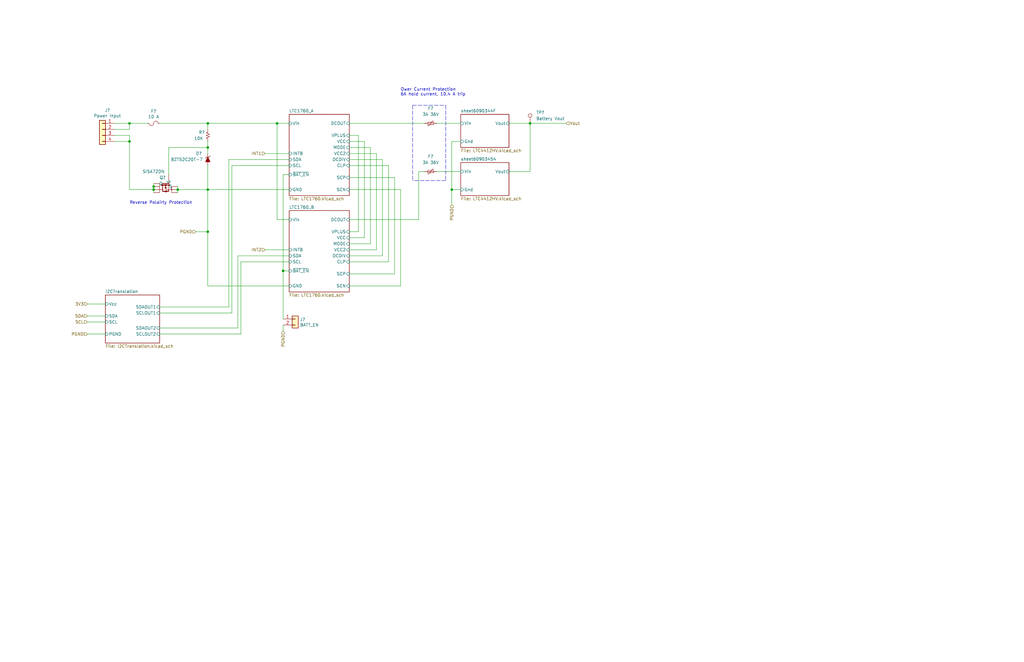
<source format=kicad_sch>
(kicad_sch (version 20211123) (generator eeschema)
  (paper "B")
  (title_block (title "Console-Controller") (date "2022-12-15") (rev "A"))
  (lib_symbols
    (symbol "BUMP-Control-rescue:Resistor_small-SPC-Control-rescue-DeathStar-rescue" (pin_numbers hide) (pin_names (offset 0))
      (property "Reference" "R" (at 2.032 0 90))
      (property "Value" "BUMP-Control-rescue_Resistor_small-SPC-Control-rescue-DeathStar-rescue" (at -2.032 0.254 90))
      (symbol "Resistor_small-SPC-Control-rescue-DeathStar-rescue_0_1"
        (polyline (pts (xy 0 1.27) (xy -0.762 1.016) (xy 0.762 0.508) (xy -0.762 0) (xy 0.762 -0.508) (xy -0.762 -1.016) (xy 0 -1.27)))
      )
      (symbol "Resistor_small-SPC-Control-rescue-DeathStar-rescue_1_1"
        (pin passive line (at 0 2.54 270) (length 1.27) (name "~") (number "1"))
        (pin passive line (at 0 -2.54 90) (length 1.27) (name "~") (number "2"))
      )
    )
    (symbol "BUMP-Control-rescue:ZENERsmall-RESCUE-PowerControlBoard-SPC-Control-rescue-DeathStar-rescue" (pin_numbers hide) (pin_names (offset 1.016) hide)
      (property "Reference" "D" (at 0 2.54 0))
      (property "Value" "BUMP-Control-rescue_ZENERsmall-RESCUE-PowerControlBoard-SPC-Control-rescue-DeathStar-rescue" (at 0 -2.54 0))
      (symbol "ZENERsmall-RESCUE-PowerControlBoard-SPC-Control-rescue-DeathStar-rescue_0_1"
        (polyline (pts (xy -1.524 1.016) (xy -1.016 0.508) (xy -1.016 -0.508) (xy -0.508 -1.016)) (stroke (width 0.2032)))
        (polyline (pts (xy 1.016 1.016) (xy -1.016 0) (xy 1.016 -1.016) (xy 1.016 1.016)) (fill (type outline)))
      )
      (symbol "ZENERsmall-RESCUE-PowerControlBoard-SPC-Control-rescue-DeathStar-rescue_1_1"
        (pin passive line (at -2.54 0 0) (length 1.524) (name "K") (number "1"))
        (pin passive line (at 2.54 0 180) (length 1.524) (name "A") (number "2"))
      )
    )
    (symbol "Connector:TestPoint" (pin_numbers hide) (pin_names (offset 0.762) hide)
      (property "Reference" "TP" (at 0 6.858 0))
      (property "Value" "TestPoint" (at 0 5.08 0))
      (symbol "TestPoint_0_1"
        (circle (center 0 3.302) (radius 0.762))
      )
      (symbol "TestPoint_1_1"
        (pin passive line (at 0 0 90) (length 2.54) (name "1") (number "1"))
      )
    )
    (symbol "Connector_Generic:Conn_01x02" (pin_names (offset 1.016) hide)
      (property "Reference" "J" (at 0 2.54 0))
      (property "Value" "Conn_01x02" (at 0 -5.08 0))
      (symbol "Conn_01x02_1_1"
        (rectangle (start -1.27 -2.413) (end 0 -2.667) (stroke (width 0.1524)))
        (rectangle (start -1.27 0.127) (end 0 -0.127) (stroke (width 0.1524)))
        (rectangle (start -1.27 1.27) (end 1.27 -3.81) (stroke (width 0.254)) (fill (type background)))
        (pin passive line (at -5.08 0 0) (length 3.81) (name "Pin_1") (number "1"))
        (pin passive line (at -5.08 -2.54 0) (length 3.81) (name "Pin_2") (number "2"))
      )
    )
    (symbol "Connector_Generic:Conn_01x04" (pin_names (offset 1.016) hide)
      (property "Reference" "J" (at 0 5.08 0))
      (property "Value" "Conn_01x04" (at 0 -7.62 0))
      (symbol "Conn_01x04_1_1"
        (rectangle (start -1.27 -4.953) (end 0 -5.207) (stroke (width 0.1524)))
        (rectangle (start -1.27 -2.413) (end 0 -2.667) (stroke (width 0.1524)))
        (rectangle (start -1.27 0.127) (end 0 -0.127) (stroke (width 0.1524)))
        (rectangle (start -1.27 2.667) (end 0 2.413) (stroke (width 0.1524)))
        (rectangle (start -1.27 3.81) (end 1.27 -6.35) (stroke (width 0.254)) (fill (type background)))
        (pin passive line (at -5.08 2.54 0) (length 3.81) (name "Pin_1") (number "1"))
        (pin passive line (at -5.08 0 0) (length 3.81) (name "Pin_2") (number "2"))
        (pin passive line (at -5.08 -2.54 0) (length 3.81) (name "Pin_3") (number "3"))
        (pin passive line (at -5.08 -5.08 0) (length 3.81) (name "Pin_4") (number "4"))
      )
    )
    (symbol "Device:Polyfuse_Small" (pin_numbers hide) (pin_names (offset 0))
      (property "Reference" "F" (at -1.905 0 90))
      (property "Value" "Polyfuse_Small" (at 1.905 0 90))
      (symbol "Polyfuse_Small_0_1"
        (rectangle (start -0.508 1.27) (end 0.508 -1.27))
        (polyline (pts (xy 0 2.54) (xy 0 -2.54)))
        (polyline (pts (xy -1.016 1.27) (xy -1.016 0.762) (xy 1.016 -0.762) (xy 1.016 -1.27)))
      )
      (symbol "Polyfuse_Small_1_1"
        (pin passive line (at 0 2.54 270) (length 0.635) (name "~") (number "1"))
        (pin passive line (at 0 -2.54 90) (length 0.635) (name "~") (number "2"))
      )
    )
    (symbol "ProjectDevices:SiSA72DN" (pin_names (offset 1.016))
      (property "Reference" "Q" (at 3.81 1.27 0))
      (property "Value" "SiSA72DN" (at -15.24 6.35 0))
      (symbol "SiSA72DN_1_1"
        (circle (center 0 -2.54) (radius 0.127))
        (circle (center 0 -2.54) (radius 0.127))
        (circle (center 0 -2.54) (radius 0.127))
        (circle (center 0 -2.54) (radius 0.127))
        (circle (center 0 -1.27) (radius 0.127))
        (polyline (pts (xy -5.08 -1.27) (xy -3.81 -1.27)))
        (polyline (pts (xy -2.54 -1.27) (xy -3.81 -1.27)))
        (polyline (pts (xy -1.905 -1.016) (xy -1.905 -1.651)) (stroke (width 0.508)))
        (polyline (pts (xy -1.905 0.381) (xy -1.905 -0.381)) (stroke (width 0.508)))
        (polyline (pts (xy -1.905 0.381) (xy -1.905 -0.381)) (stroke (width 0.508)))
        (polyline (pts (xy -1.905 1.651) (xy -1.905 1.016)) (stroke (width 0.508)))
        (polyline (pts (xy -1.905 1.651) (xy -1.905 1.016)) (stroke (width 0.508)))
        (polyline (pts (xy -1.778 -1.27) (xy 0 -1.27)))
        (polyline (pts (xy -1.778 1.27) (xy 0 1.27)))
        (polyline (pts (xy -1.778 1.27) (xy 0 1.27)))
        (polyline (pts (xy -1.778 1.27) (xy 0 1.27)))
        (polyline (pts (xy -1.778 1.27) (xy 0 1.27)))
        (polyline (pts (xy -1.27 3.81) (xy -1.27 2.54)))
        (polyline (pts (xy 0 -2.54) (xy 0 -3.81)))
        (polyline (pts (xy 0 -1.27) (xy 0 -2.54)))
        (polyline (pts (xy 0 3.81) (xy 0 2.54)))
        (polyline (pts (xy 0.381 0.254) (xy 1.143 0.254)))
        (polyline (pts (xy -2.54 1.524) (xy -2.54 -1.524) (xy -2.54 -1.524)) (stroke (width 0.254)))
        (polyline (pts (xy -2.54 1.524) (xy -2.54 -1.524) (xy -2.54 -1.524)) (stroke (width 0.254)))
        (polyline (pts (xy -1.778 0) (xy 0 0) (xy 0 -1.27)))
        (polyline (pts (xy 0 -2.54) (xy -1.27 -2.54) (xy -1.27 -3.81)))
        (polyline (pts (xy 0 -2.54) (xy 1.27 -2.54) (xy 1.27 -3.81)))
        (polyline (pts (xy 1.27 3.81) (xy 1.27 2.54) (xy 0 2.54)))
        (polyline (pts (xy -2.54 3.81) (xy -2.54 2.54) (xy 0 2.54) (xy 0 1.27)))
        (polyline (pts (xy -1.397 0) (xy -0.635 -0.381) (xy -0.635 0.381) (xy -1.397 0)) (fill (type outline)))
        (polyline (pts (xy 0 -1.27) (xy 0.762 -1.27) (xy 0.762 1.27) (xy 0 1.27)))
        (polyline (pts (xy 0 -1.27) (xy 0.762 -1.27) (xy 0.762 1.27) (xy 0 1.27)))
        (polyline (pts (xy 0 -1.27) (xy 0.762 -1.27) (xy 0.762 1.27) (xy 0 1.27)))
        (polyline (pts (xy 0 -1.27) (xy 0.762 -1.27) (xy 0.762 1.27) (xy 0 1.27)))
        (polyline (pts (xy 0.762 0.254) (xy 1.143 -0.381) (xy 0.381 -0.381) (xy 0.762 0.254)) (fill (type outline)))
        (circle (center 0 1.27) (radius 0.127))
        (circle (center 0 1.27) (radius 0.127))
        (circle (center 0 1.27) (radius 0.127))
        (circle (center 0 1.27) (radius 0.127))
        (pin power_in line (at 1.27 -5.08 90) (length 1.27) (name "S") (number "1"))
        (pin bidirectional line (at -1.27 -5.08 90) (length 1.27) (name "S") (number "2"))
        (pin bidirectional line (at 0 -5.08 90) (length 1.27) (name "S") (number "3"))
        (pin passive line (at -6.35 -1.27 0) (length 1.27) (name "G") (number "4"))
        (pin passive line (at -2.54 5.08 270) (length 1.27) (name "D") (number "5"))
        (pin power_in line (at -1.27 5.08 270) (length 1.27) (name "D") (number "5"))
        (pin power_in line (at 0 5.08 270) (length 1.27) (name "D") (number "5"))
        (pin power_in line (at 1.27 5.08 270) (length 1.27) (name "D") (number "5"))
      )
    )
    (symbol "WW-Battery-Pack-rescue:small_fuse-ProjectDevices" (pin_names (offset 1.016))
      (property "Reference" "F" (at 0 3.81 0))
      (property "Value" "small_fuse-ProjectDevices" (at 0 -3.81 0))
      (symbol "small_fuse-ProjectDevices_0_1"
        (arc (start -1.905 0) (mid -0.9525 -0.9399) (end 0 0))
        (arc (start 1.905 0) (mid 0.9525 0.9399) (end 0 0))
      )
      (symbol "small_fuse-ProjectDevices_1_1"
        (pin passive line (at -2.54 0 0) (length 0.635) (name "1") (number "1"))
        (pin passive line (at 2.54 0 180) (length 0.635) (name "2") (number "2"))
      )
    )
  )
  (junction (at 74.93 80.01))
  (junction (at 54.61 52.07))
  (junction (at 87.63 62.23))
  (junction (at 116.84 52.07))
  (junction (at 87.63 97.79))
  (junction (at 64.77 78.74))
  (junction (at 190.5 80.01))
  (junction (at 54.61 59.69))
  (junction (at 87.63 52.07))
  (junction (at 223.52 52.07))
  (junction (at 119.38 114.3))
  (junction (at 64.77 80.01))
  (junction (at 87.63 80.01))
  (wire (pts (xy 119.38 114.3) (xy 119.38 134.62)))
  (wire (pts (xy 36.83 133.35) (xy 44.45 133.35)))
  (wire (pts (xy 147.32 80.01) (xy 168.91 80.01)))
  (wire (pts (xy 190.5 59.69) (xy 194.31 59.69)))
  (wire (pts (xy 163.83 110.49) (xy 147.32 110.49)))
  (wire (pts (xy 147.32 57.15) (xy 151.13 57.15)))
  (wire (pts (xy 71.12 62.23) (xy 71.12 73.66)))
  (wire (pts (xy 67.31 140.97) (xy 101.6 140.97)))
  (wire (pts (xy 87.63 80.01) (xy 87.63 97.79)))
  (wire (pts (xy 54.61 59.69) (xy 48.26 59.69)))
  (wire (pts (xy 82.55 97.79) (xy 87.63 97.79)))
  (wire (pts (xy 153.67 100.33) (xy 147.32 100.33)))
  (wire (pts (xy 74.93 80.01) (xy 87.63 80.01)))
  (wire (pts (xy 161.29 107.95) (xy 147.32 107.95)))
  (wire (pts (xy 48.26 54.61) (xy 54.61 54.61)))
  (wire (pts (xy 147.32 59.69) (xy 153.67 59.69)))
  (wire (pts (xy 151.13 57.15) (xy 151.13 97.79)))
  (wire (pts (xy 163.83 69.85) (xy 163.83 110.49)))
  (wire (pts (xy 87.63 62.23) (xy 87.63 59.69)))
  (wire (pts (xy 87.63 80.01) (xy 121.92 80.01)))
  (wire (pts (xy 54.61 54.61) (xy 54.61 52.07)))
  (polyline (pts (xy 173.99 44.45) (xy 173.99 76.2)))
  (wire (pts (xy 190.5 80.01) (xy 190.5 59.69)))
  (wire (pts (xy 97.79 69.85) (xy 121.92 69.85)))
  (wire (pts (xy 156.21 102.87) (xy 147.32 102.87)))
  (wire (pts (xy 54.61 59.69) (xy 54.61 80.01)))
  (wire (pts (xy 116.84 52.07) (xy 121.92 52.07)))
  (wire (pts (xy 67.31 132.08) (xy 97.79 132.08)))
  (wire (pts (xy 184.15 52.07) (xy 194.31 52.07)))
  (wire (pts (xy 54.61 52.07) (xy 62.23 52.07)))
  (polyline (pts (xy 173.99 44.45) (xy 187.96 44.45)))
  (wire (pts (xy 36.83 135.89) (xy 44.45 135.89)))
  (wire (pts (xy 64.77 78.74) (xy 64.77 80.01)))
  (wire (pts (xy 184.15 72.39) (xy 194.31 72.39)))
  (wire (pts (xy 223.52 72.39) (xy 223.52 52.07)))
  (wire (pts (xy 166.37 115.57) (xy 147.32 115.57)))
  (wire (pts (xy 87.63 64.77) (xy 87.63 62.23)))
  (wire (pts (xy 36.83 140.97) (xy 44.45 140.97)))
  (wire (pts (xy 119.38 73.66) (xy 119.38 114.3)))
  (wire (pts (xy 190.5 80.01) (xy 194.31 80.01)))
  (wire (pts (xy 214.63 72.39) (xy 223.52 72.39)))
  (wire (pts (xy 100.33 107.95) (xy 121.92 107.95)))
  (wire (pts (xy 74.93 78.74) (xy 74.93 80.01)))
  (polyline (pts (xy 187.96 76.2) (xy 173.99 76.2)))
  (wire (pts (xy 116.84 92.71) (xy 121.92 92.71)))
  (wire (pts (xy 111.76 64.77) (xy 121.92 64.77)))
  (wire (pts (xy 74.93 80.01) (xy 74.93 81.28)))
  (wire (pts (xy 101.6 140.97) (xy 101.6 110.49)))
  (wire (pts (xy 156.21 62.23) (xy 156.21 102.87)))
  (wire (pts (xy 121.92 73.66) (xy 119.38 73.66)))
  (wire (pts (xy 101.6 110.49) (xy 121.92 110.49)))
  (wire (pts (xy 87.63 120.65) (xy 121.92 120.65)))
  (wire (pts (xy 100.33 138.43) (xy 100.33 107.95)))
  (wire (pts (xy 147.32 64.77) (xy 158.75 64.77)))
  (wire (pts (xy 214.63 52.07) (xy 223.52 52.07)))
  (wire (pts (xy 158.75 64.77) (xy 158.75 105.41)))
  (wire (pts (xy 67.31 52.07) (xy 87.63 52.07)))
  (wire (pts (xy 161.29 67.31) (xy 161.29 107.95)))
  (wire (pts (xy 168.91 80.01) (xy 168.91 120.65)))
  (wire (pts (xy 223.52 52.07) (xy 238.76 52.07)))
  (wire (pts (xy 111.76 105.41) (xy 121.92 105.41)))
  (wire (pts (xy 67.31 138.43) (xy 100.33 138.43)))
  (wire (pts (xy 48.26 52.07) (xy 54.61 52.07)))
  (wire (pts (xy 158.75 105.41) (xy 147.32 105.41)))
  (wire (pts (xy 176.53 92.71) (xy 176.53 72.39)))
  (wire (pts (xy 48.26 57.15) (xy 54.61 57.15)))
  (wire (pts (xy 119.38 114.3) (xy 121.92 114.3)))
  (wire (pts (xy 151.13 97.79) (xy 147.32 97.79)))
  (wire (pts (xy 147.32 52.07) (xy 179.07 52.07)))
  (wire (pts (xy 147.32 92.71) (xy 176.53 92.71)))
  (wire (pts (xy 96.52 67.31) (xy 121.92 67.31)))
  (wire (pts (xy 147.32 67.31) (xy 161.29 67.31)))
  (wire (pts (xy 96.52 129.54) (xy 96.52 67.31)))
  (wire (pts (xy 147.32 69.85) (xy 163.83 69.85)))
  (wire (pts (xy 166.37 74.93) (xy 166.37 115.57)))
  (wire (pts (xy 87.63 54.61) (xy 87.63 52.07)))
  (wire (pts (xy 64.77 80.01) (xy 54.61 80.01)))
  (wire (pts (xy 116.84 52.07) (xy 116.84 92.71)))
  (polyline (pts (xy 187.96 44.45) (xy 187.96 76.2)))
  (wire (pts (xy 64.77 81.28) (xy 64.77 80.01)))
  (wire (pts (xy 190.5 80.01) (xy 190.5 86.36)))
  (wire (pts (xy 176.53 72.39) (xy 179.07 72.39)))
  (wire (pts (xy 87.63 97.79) (xy 87.63 120.65)))
  (wire (pts (xy 119.38 137.16) (xy 119.38 139.7)))
  (wire (pts (xy 147.32 62.23) (xy 156.21 62.23)))
  (wire (pts (xy 67.31 129.54) (xy 96.52 129.54)))
  (wire (pts (xy 153.67 59.69) (xy 153.67 100.33)))
  (wire (pts (xy 168.91 120.65) (xy 147.32 120.65)))
  (wire (pts (xy 36.83 128.27) (xy 44.45 128.27)))
  (wire (pts (xy 147.32 74.93) (xy 166.37 74.93)))
  (wire (pts (xy 64.77 77.47) (xy 64.77 78.74)))
  (wire (pts (xy 97.79 132.08) (xy 97.79 69.85)))
  (wire (pts (xy 54.61 57.15) (xy 54.61 59.69)))
  (wire (pts (xy 87.63 69.85) (xy 87.63 80.01)))
  (wire (pts (xy 87.63 52.07) (xy 116.84 52.07)))
  (wire (pts (xy 87.63 62.23) (xy 71.12 62.23)))
  (text "Ower Current Protection\n6A hold current, 10.4 A trip" (at 168.91 40.64 0) (effects (font (size 1.27 1.27)) (justify left bottom)))
  (text "Reverse Polairty Protection" (at 54.61 86.36 0) (effects (font (size 1.27 1.27)) (justify left bottom)))
  (hierarchical_label "PGND" (shape input) (at 36.83 140.97 180))
  (hierarchical_label "PGND" (shape input) (at 119.38 139.7 270))
  (hierarchical_label "INT1" (shape input) (at 111.76 64.77 180))
  (hierarchical_label "PGND" (shape input) (at 82.55 97.79 180))
  (hierarchical_label "PGND" (shape input) (at 190.5 86.36 270))
  (hierarchical_label "3V3" (shape input) (at 36.83 128.27 180))
  (hierarchical_label "SCL" (shape input) (at 36.83 135.89 180))
  (hierarchical_label "INT2" (shape input) (at 111.76 105.41 180))
  (hierarchical_label "Vout" (shape input) (at 238.76 52.07 0))
  (hierarchical_label "SDA" (shape input) (at 36.83 133.35 180))
  (symbol (lib_id "WW-Battery-Pack-rescue:small_fuse-ProjectDevices") (at 64.77 52.07 0) (unit 1)
    (property "Reference" "F?" (at 64.77 46.9392 0))
    (property "Value" "10 A" (at 64.77 49.2506 0))
    (property "Footprint" "ProjectFootprints:01550900M" (effects hide))
    (property "Datasheet" "https://www.littelfuse.com/~/media/electronics/datasheets/fuses/littelfuse_fuse_154_154t_154l_154tl_datasheet.pdf.pdf" (effects hide))
    (property "Part Number" "F1889-ND" (effects hide))
    (property "Supplier" "Digikey" (effects hide))
    (property "Link" "https://www.digikey.com/products/en?keywords=01550900M" (effects hide))
  )
  (symbol (lib_id "Device:Polyfuse_Small") (at 181.61 72.39 90) (unit 1)
    (property "Reference" "F?" (at 181.61 66.04 90))
    (property "Value" "3A 36V" (at 181.61 68.58 90))
    (property "Footprint" "ProjectFootprints:MF-GSMF" (effects hide))
    (property "Datasheet" "https://www.bourns.com/docs/Product-Datasheets/MF-GSMF.pdf" (effects hide))
    (property "Part Number" "MF-GSMF300/36X-2CT-ND" (effects hide))
    (property "Supplier" "Digikey" (effects hide))
    (property "Link" "https://www.digikey.com/en/products/detail/bourns-inc/MF-GSMF300-36X-2/10186884" (effects hide))
  )
  (symbol (lib_id "Connector_Generic:Conn_01x04") (at 43.18 54.61 0) (mirror y) (unit 1)
    (property "Reference" "J?" (at 45.2628 46.5582 0))
    (property "Value" "Power Input" (at 45.2628 48.8696 0))
    (property "Footprint" "Connector_Molex:Molex_Mini-Fit_Jr_5566-04A_2x02_P4.20mm_Vertical" (effects hide))
    (property "Datasheet" "https://www.molex.com/pdm_docs/sd/039288040_sd.pdf" (effects hide))
    (property "Part Number" "WM23801-ND" (effects hide))
    (property "Supplier" "Digikey" (effects hide))
    (property "Link" "https://www.digikey.com/product-detail/en/molex/0039288040/WM23801-ND/930297" (effects hide))
  )
  (symbol (lib_id "BUMP-Control-rescue:ZENERsmall-RESCUE-PowerControlBoard-SPC-Control-rescue-DeathStar-rescue") (at 87.63 67.31 270) (unit 1)
    (property "Reference" "D?" (at 83.82 64.77 90))
    (property "Value" "BZT52C20T-7" (at 78.74 67.31 90))
    (property "Footprint" "Diode_SMD:D_SOD-523" (effects hide))
    (property "Datasheet" "https://www.diodes.com/assets/Datasheets/ds30502.pdf" (effects hide))
    (property "Part Number" "BZT52C20T-7" (effects hide))
    (property "Supplier" "Digikey" (effects hide))
    (property "Link" "https://www.digikey.com/product-detail/en/diodes-incorporated/BZT52C20T-7/BZT52C20T-7DICT-ND/2181077" (effects hide))
  )
  (symbol (lib_id "Connector:TestPoint") (at 223.52 52.07 0) (unit 1)
    (property "Reference" "TP?" (at 226.06 47.4979 0) (effects (justify left)))
    (property "Value" "Battery Vout" (at 226.06 50.0379 0) (effects (justify left)))
    (property "Footprint" "ProjectFootprints:TestPoint_519xTR" (effects hide))
    (property "Datasheet" "https://www.keyelco.com/product-pdf.cfm?p=14478" (effects hide))
    (property "Part Number" "36-5191CT-ND" (effects hide))
    (property "Supplier" "Digikey" (effects hide))
    (property "Link" "https://www.digikey.com/en/products/detail/keystone-electronics/5191TR/10209952" (effects hide))
  )
  (symbol (lib_id "Connector_Generic:Conn_01x02") (at 124.46 134.62 0) (unit 1)
    (property "Reference" "J?" (at 126.492 134.8232 0) (effects (justify left)))
    (property "Value" "BATT_EN" (at 126.492 137.1346 0) (effects (justify left)))
    (property "Footprint" "Connector_PinHeader_2.54mm:PinHeader_1x02_P2.54mm_Vertical" (effects hide))
  )
  (symbol (lib_id "ProjectDevices:SiSA72DN") (at 69.85 80.01 90) (mirror x) (unit 1)
    (property "Reference" "Q?" (at 68.58 74.93 90))
    (property "Value" "SiSA72DN" (at 64.77 72.39 90))
    (property "Footprint" "ProjectFootprints:PowerPAK 1212" (effects hide))
    (property "Datasheet" "http://www.vishay.com/docs/75680/sisa72dn.pdf" (effects hide))
    (property "Part Number" "SISA72DN-T1-GE3CT-ND" (effects hide))
    (property "Supplier" "Digikey" (effects hide))
    (property "Link" "https://www.digikey.com/product-detail/en/vishay-siliconix/SISA72DN-T1-GE3/SISA72DN-T1-GE3CT-ND/6707802" (effects hide))
  )
  (symbol (lib_id "BUMP-Control-rescue:Resistor_small-SPC-Control-rescue-DeathStar-rescue") (at 87.63 57.15 0) (unit 1)
    (property "Reference" "R?" (at 85.09 55.88 0))
    (property "Value" "10K" (at 83.82 58.42 0))
    (property "Footprint" "Resistor_SMD:R_0603_1608Metric_Pad1.05x0.95mm_HandSolder" (effects hide))
    (property "Datasheet" "http://www.vishay.com/docs/28705/mcx0x0xpro.pdf" (effects hide))
    (property "Part Number" "MCT0603-10.0K-CFCT-ND" (effects hide))
    (property "Supplier" "Digikey" (effects hide))
    (property "Link" "https://www.digikey.com/product-detail/en/vishay-beyschlag/MCT06030C1002FP500/MCT0603-10.0K-CFCT-ND/2607933" (effects hide))
  )
  (symbol (lib_id "Device:Polyfuse_Small") (at 181.61 52.07 90) (unit 1)
    (property "Reference" "F?" (at 181.61 45.72 90))
    (property "Value" "3A 36V" (at 181.61 48.26 90))
    (property "Footprint" "ProjectFootprints:MF-GSMF" (effects hide))
    (property "Datasheet" "https://www.bourns.com/docs/Product-Datasheets/MF-GSMF.pdf" (effects hide))
    (property "Part Number" "MF-GSMF300/36X-2CT-ND" (effects hide))
    (property "Supplier" "Digikey" (effects hide))
    (property "Link" "https://www.digikey.com/en/products/detail/bourns-inc/MF-GSMF300-36X-2/10186884" (effects hide))
  )
  (sheet (at 121.92 88.9) (size 25.4 34.29)
    (property "Sheet name" "LTC1760_B" (at 121.92 88.1884 0) (effects (justify left bottom)))
    (property "Sheet file" "LTC1760.kicad_sch" (at 121.92 123.7746 0) (effects (justify left top)))
    (pin "~{BAT_EN}" input (at 121.92 114.3 180))
    (pin "Vin" input (at 121.92 92.71 180))
    (pin "GND" input (at 121.92 120.65 180))
    (pin "SCP" input (at 147.32 115.57 0))
    (pin "SCN" input (at 147.32 120.65 0))
    (pin "DCOUT" input (at 147.32 92.71 0))
    (pin "SCL" input (at 121.92 110.49 180))
    (pin "SDA" input (at 121.92 107.95 180))
    (pin "INTB" input (at 121.92 105.41 180))
    (pin "VPLUS" input (at 147.32 97.79 0))
    (pin "VCC" input (at 147.32 100.33 0))
    (pin "MODE" input (at 147.32 102.87 0))
    (pin "VCC2" input (at 147.32 105.41 0))
    (pin "DCDIV" input (at 147.32 107.95 0))
    (pin "CLP" input (at 147.32 110.49 0))
  )
  (sheet (at 194.31 68.58) (size 20.32 13.97)
    (property "Sheet name" "sheet60903454" (at 194.31 67.8684 0) (effects (justify left bottom)))
    (property "Sheet file" "LTC4412HV.kicad_sch" (at 194.31 83.1346 0) (effects (justify left top)))
    (pin "Vin" input (at 194.31 72.39 180))
    (pin "Vout" input (at 214.63 72.39 0))
    (pin "Gnd" input (at 194.31 80.01 180))
  )
  (sheet (at 44.45 124.46) (size 22.86 20.32) (stroke (width 0.1524))
    (property "Sheet name" "I2CTranslation" (at 44.45 123.7484 0) (effects (justify left bottom)))
    (property "Sheet file" "I2CTranslation.kicad_sch" (at 44.45 145.3646 0) (effects (justify left top)))
    (pin "PGND" input (at 44.45 140.97 180))
    (pin "Vcc" input (at 44.45 128.27 180))
    (pin "SDA" input (at 44.45 133.35 180))
    (pin "SCL" input (at 44.45 135.89 180))
    (pin "SDAOUT1" input (at 67.31 129.54 0))
    (pin "SCLOUT2" input (at 67.31 140.97 0))
    (pin "SCLOUT1" input (at 67.31 132.08 0))
    (pin "SDAOUT2" input (at 67.31 138.43 0))
  )
  (sheet (at 194.31 48.26) (size 20.32 13.97)
    (property "Sheet name" "sheet6090344F" (at 194.31 47.5484 0) (effects (justify left bottom)))
    (property "Sheet file" "LTC4412HV.kicad_sch" (at 194.31 62.8146 0) (effects (justify left top)))
    (pin "Vin" input (at 194.31 52.07 180))
    (pin "Vout" input (at 214.63 52.07 0))
    (pin "Gnd" input (at 194.31 59.69 180))
  )
  (sheet (at 121.92 48.26) (size 25.4 34.29)
    (property "Sheet name" "LTC1760_A" (at 121.92 47.5484 0) (effects (justify left bottom)))
    (property "Sheet file" "LTC1760.kicad_sch" (at 121.92 83.1346 0) (effects (justify left top)))
    (pin "~{BAT_EN}" input (at 121.92 73.66 180))
    (pin "Vin" input (at 121.92 52.07 180))
    (pin "GND" input (at 121.92 80.01 180))
    (pin "SCP" input (at 147.32 74.93 0))
    (pin "SCN" input (at 147.32 80.01 0))
    (pin "DCOUT" input (at 147.32 52.07 0))
    (pin "SCL" input (at 121.92 69.85 180))
    (pin "SDA" input (at 121.92 67.31 180))
    (pin "INTB" input (at 121.92 64.77 180))
    (pin "VPLUS" input (at 147.32 57.15 0))
    (pin "VCC" input (at 147.32 59.69 0))
    (pin "MODE" input (at 147.32 62.23 0))
    (pin "VCC2" input (at 147.32 64.77 0))
    (pin "DCDIV" input (at 147.32 67.31 0))
    (pin "CLP" input (at 147.32 69.85 0))
  )
)
</source>
